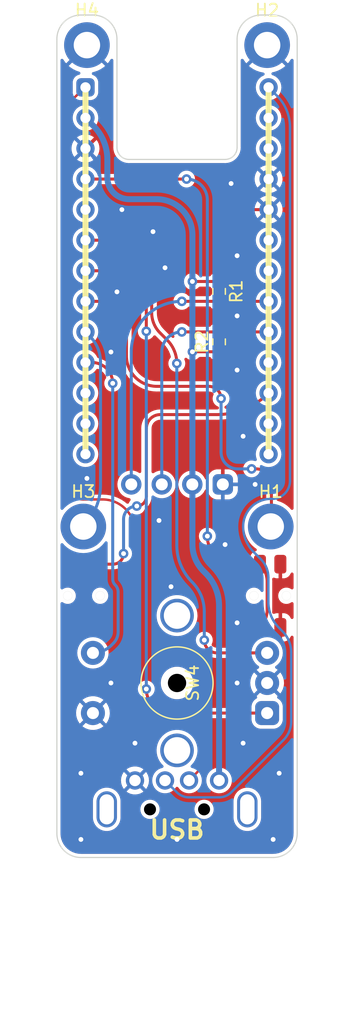
<source format=kicad_pcb>
(kicad_pcb (version 20211014) (generator pcbnew)
  (layers (0 "F.Cu" signal) (31 "B.Cu" signal) (34 "B.Paste" user) (35 "F.Paste" user) (36 "B.SilkS" user "B.Silkscreen") (37 "F.SilkS" user "F.Silkscreen") (38 "B.Mask" user) (39 "F.Mask" user) (44 "Edge.Cuts" user))
  (net 0 "")
  (net 2 "VBUS")
  (net 3 "GND")
  (net 4 "/SDA")
  (net 5 "/SCL")
  (net 6 "/S0")
  (net 7 "/RST")
  (net 8 "/P1")
  (net 9 "/P0")
  (net 10 "/LED")
  (net 11 "/EncPB")
  (net 12 "/EncB")
  (net 13 "/EncA")
  (net 14 "/D-")
  (net 15 "/D+")
  (footprint "Connector_PinSocket_2.54mm:PinSocket_1x04_P2.54mm_Vertical" (layer "F.Cu") (at 106.19 110 90)
    (fp_text reference "J2" hide)
    (fp_text value "Conn_01x04_Female")
    (pad "1" thru_hole circle (at 0 0 90) (size 1.7 1.7) (drill 1) (layers *.Cu *.Mask) (net 4 "/SDA"))
    (pad "2" thru_hole oval (at 0 2.54 90) (size 1.7 1.7) (drill 1) (layers *.Cu *.Mask) (net 5 "/SCL"))
    (pad "3" thru_hole oval (at 0 5.08 90) (size 1.7 1.7) (drill 1) (layers *.Cu *.Mask) (net 2 "VBUS"))
    (pad "4" thru_hole roundrect (at 0 7.62 90) (size 1.7 1.7) (drill 1) (layers *.Cu *.Mask) (net 3 "GND"))
  )
  (footprint "MountingHole:MountingHole_2.2mm_M2_DIN965_Pad" (layer "F.Cu") (at 117.8 113.5)
    (fp_text reference "H1" (at 0 -2.9) (layer "F.SilkS"))
    (fp_text value "MountingHole_Pad")
    (pad "1" thru_hole circle (at 0 0) (size 3.8 3.8) (drill 2.2) (layers *.Cu *.Mask) (net 9 "/P0"))
  )
  (footprint "MountingHole:MountingHole_2.2mm_M2_DIN965_Pad" (layer "F.Cu") (at 102.5 73.5)
    (fp_text reference "H4" (at 0 -2.9) (layer "F.SilkS"))
    (fp_text value "MountingHole_Pad")
    (pad "1" thru_hole circle (at 0 0) (size 3.8 3.8) (drill 2.2) (layers *.Cu *.Mask) (net 3 "GND"))
  )
  (footprint "Resistor_SMD:R_0603_1608Metric" (layer "F.Cu") (at 113.5 93.965 -90)
    (fp_text reference "R1" (at 0 -1.43 90) (layer "F.SilkS"))
    (fp_text value "10k")
    (fp_line (start -0.237258 -0.5225) (end 0.237258 -0.5225) (layer "F.SilkS") (width 0.12))
    (fp_line (start -0.237258 0.5225) (end 0.237258 0.5225) (layer "F.SilkS") (width 0.12))
    (pad "1" smd roundrect (at -0.825 0 270) (size 0.8 0.95) (layers "F.Cu" "F.Paste" "F.Mask") (net 2 "VBUS"))
    (pad "2" smd roundrect (at 0.825 0 270) (size 0.8 0.95) (layers "F.Cu" "F.Paste" "F.Mask") (net 4 "/SDA"))
  )
  (footprint "Akizuki:THAU13-AB-R" (layer "F.Cu") (at 117.75 119.253)
    (fp_text reference "SW1" hide)
    (fp_text value "SW_MEC_5E")
    (fp_circle (center -1.35 0) (end -0.975 0) (layer "Edge.Cuts") (width 0.01) (fill none))
    (fp_circle (center 1.35 0) (end 1.725 0) (layer "Edge.Cuts") (width 0.01) (fill none))
    (pad "1" smd roundrect (at 0.85 -2.625) (size 1 1.55) (layers "F.Cu" "F.Paste" "F.Mask") (net 3 "GND"))
    (pad "2" smd roundrect (at 0.85 2.625) (size 1 1.55) (layers "F.Cu" "F.Paste" "F.Mask") (net 3 "GND"))
    (pad "3" smd roundrect (at -0.85 -2.625) (size 1 1.55) (layers "F.Cu" "F.Paste" "F.Mask") (net 7 "/RST"))
    (pad "4" smd roundrect (at -0.85 2.625) (size 1 1.55) (layers "F.Cu" "F.Paste" "F.Mask") (net 7 "/RST"))
  )
  (footprint "Rotary_Encoder:RotaryEncoder_Alps_EC12E-Switch_Vertical_H20mm_CircularMountingHoles" (layer "F.Cu") (at 117.5 129 180)
    (fp_text reference "SW4" (at 6.2 2.5 90) (layer "F.SilkS"))
    (fp_text value "RotaryEncoder_Switch")
    (fp_line (start 7.5 2) (end 7.5 3) (layer "F.SilkS") (width 0.12))
    (fp_line (start 7 2.5) (end 8 2.5) (layer "F.SilkS") (width 0.12))
    (fp_circle (center 7.5 2.5) (end 10.5 2.5) (layer "F.SilkS") (width 0.12) (fill none))
    (pad "" np_thru_hole circle (at 7.5 2.5 180) (size 1.524 1.524) (drill 2.1) (layers *.Mask))
    (pad "A" thru_hole roundrect (at 0 0 180) (size 2 2) (drill 1) (layers *.Cu *.Mask) (net 12 "/EncB"))
    (pad "B" thru_hole circle (at 0 5 180) (size 2 2) (drill 1) (layers *.Cu *.Mask) (net 13 "/EncA"))
    (pad "C" thru_hole circle (at 0 2.5 180) (size 2 2) (drill 1) (layers *.Cu *.Mask) (net 3 "GND"))
    (pad "MP" thru_hole circle (at 7.5 -3.1 180) (size 2.8 2.8) (drill 2.2) (layers *.Cu *.Mask))
    (pad "MP" thru_hole circle (at 7.5 8.1 180) (size 2.8 2.8) (drill 2.2) (layers *.Cu *.Mask))
    (pad "S1" thru_hole circle (at 14.5 0 180) (size 2 2) (drill 1) (layers *.Cu *.Mask) (net 3 "GND"))
    (pad "S2" thru_hole circle (at 14.5 5 180) (size 2 2) (drill 1) (layers *.Cu *.Mask) (net 11 "/EncPB"))
  )
  (footprint "MountingHole:MountingHole_2.2mm_M2_DIN965_Pad" (layer "F.Cu") (at 117.5 73.5)
    (fp_text reference "H2" (at 0 -2.9) (layer "F.SilkS"))
    (fp_text value "MountingHole_Pad")
    (pad "1" thru_hole circle (at 0 0) (size 3.8 3.8) (drill 2.2) (layers *.Cu *.Mask) (net 3 "GND"))
  )
  (footprint "Akizuki:USB-4AM103" (layer "F.Cu") (at 110 136 180)
    (fp_text reference "J1" hide)
    (fp_text value "USB_A")
    (pad "" np_thru_hole circle (at 2.25 -1 180) (size 1 1) (drill 1) (layers *.Mask))
    (pad "" np_thru_hole circle (at -2.25 -1 180) (size 1 1) (drill 1) (layers *.Mask))
    (pad "1" thru_hole circle (at -3.5 1.4 180) (size 1.524 1.524) (drill 0.95) (layers *.Cu *.Mask) (net 2 "VBUS"))
    (pad "2" thru_hole circle (at -1 1.4 180) (size 1.524 1.524) (drill 0.95) (layers *.Cu *.Mask) (net 14 "/D-"))
    (pad "3" thru_hole circle (at 1 1.4 180) (size 1.524 1.524) (drill 0.95) (layers *.Cu *.Mask) (net 15 "/D+"))
    (pad "4" thru_hole circle (at 3.5 1.4 180) (size 1.524 1.524) (drill 0.95) (layers *.Cu *.Mask) (net 3 "GND"))
    (pad "5" thru_hole oval (at 5.85 -1 180) (size 1.7 3) (drill oval 1.2 2.5) (layers *.Cu *.Mask))
    (pad "5" thru_hole oval (at -5.85 -1 180) (size 1.7 3) (drill oval 1.2 2.5) (layers *.Cu *.Mask))
  )
  (footprint "Resistor_SMD:R_0603_1608Metric" (layer "F.Cu") (at 113.5 98.155 90)
    (fp_text reference "R2" (at 0 -1.43 90) (layer "F.SilkS"))
    (fp_text value "10k")
    (fp_line (start -0.237258 -0.5225) (end 0.237258 -0.5225) (layer "F.SilkS") (width 0.12))
    (fp_line (start -0.237258 0.5225) (end 0.237258 0.5225) (layer "F.SilkS") (width 0.12))
    (pad "1" smd roundrect (at -0.825 0 90) (size 0.8 0.95) (layers "F.Cu" "F.Paste" "F.Mask") (net 2 "VBUS"))
    (pad "2" smd roundrect (at 0.825 0 90) (size 0.8 0.95) (layers "F.Cu" "F.Paste" "F.Mask") (net 5 "/SCL"))
  )
  (footprint "MountingHole:MountingHole_2.2mm_M2_DIN965_Pad" (layer "F.Cu") (at 102.2 113.5)
    (fp_text reference "H3" (at 0 -2.9) (layer "F.SilkS"))
    (fp_text value "MountingHole_Pad")
    (pad "1" thru_hole circle (at 0 0) (size 3.8 3.8) (drill 2.2) (layers *.Cu *.Mask) (net 8 "/P1"))
  )
  (footprint "Akizuki:THAU13-AB-R" (layer "F.Cu") (at 102.25 119.253)
    (fp_text reference "SW2" hide)
    (fp_text value "SW_MEC_5E")
    (fp_circle (center -1.35 0) (end -0.975 0) (layer "Edge.Cuts") (width 0.01) (fill none))
    (fp_circle (center 1.35 0) (end 1.725 0) (layer "Edge.Cuts") (width 0.01) (fill none))
    (pad "1" smd roundrect (at 0.85 -2.625) (size 1 1.55) (layers "F.Cu" "F.Paste" "F.Mask") (net 6 "/S0"))
    (pad "2" smd roundrect (at 0.85 2.625) (size 1 1.55) (layers "F.Cu" "F.Paste" "F.Mask") (net 6 "/S0"))
    (pad "3" smd roundrect (at -0.85 -2.625) (size 1 1.55) (layers "F.Cu" "F.Paste" "F.Mask") (net 3 "GND"))
    (pad "4" smd roundrect (at -0.85 2.625) (size 1 1.55) (layers "F.Cu" "F.Paste" "F.Mask") (net 3 "GND"))
  )
  (footprint "QMK:KB2040" (layer "F.Cu") (at 110 92.25)
    (fp_text reference "U1" hide)
    (fp_text value "KB2040")
    (fp_line (start -7.62 -15.24) (end -7.62 15.24) (layer "F.SilkS") (width 0.5))
    (fp_line (start 7.62 15.24) (end 7.62 -15.24) (layer "F.SilkS") (width 0.5))
    (pad "0" thru_hole roundrect (at -7.62 -15.24) (size 1.524 1.524) (drill 0.85) (layers *.Cu *.Mask) (net 14 "/D-"))
    (pad "1" thru_hole circle (at -7.62 -12.7) (size 1.524 1.524) (drill 0.85) (layers *.Cu *.Mask) (net 2 "VBUS"))
    (pad "2" thru_hole circle (at -7.62 -10.16) (size 1.524 1.524) (drill 0.85) (layers *.Cu *.Mask) (net 3 "GND"))
    (pad "3" thru_hole circle (at -7.62 -7.62) (size 1.524 1.524) (drill 0.85) (layers *.Cu *.Mask) (net 7 "/RST"))
    (pad "4" thru_hole circle (at -7.62 -5.08) (size 1.524 1.524) (drill 0.85) (layers *.Cu *.Mask))
    (pad "5" thru_hole circle (at -7.62 -2.54) (size 1.524 1.524) (drill 0.85) (layers *.Cu *.Mask) (net 13 "/EncA"))
    (pad "6" thru_hole circle (at -7.62 0) (size 1.524 1.524) (drill 0.85) (layers *.Cu *.Mask) (net 12 "/EncB"))
    (pad "7" thru_hole circle (at -7.62 2.54) (size 1.524 1.524) (drill 0.85) (layers *.Cu *.Mask) (net 9 "/P0"))
    (pad "8" thru_hole circle (at -7.62 5.08) (size 1.524 1.524) (drill 0.85) (layers *.Cu *.Mask) (net 8 "/P1"))
    (pad "9" thru_hole circle (at -7.62 7.62) (size 1.524 1.524) (drill 0.85) (layers *.Cu *.Mask) (net 11 "/EncPB"))
    (pad "10" thru_hole circle (at -7.62 10.16) (size 1.524 1.524) (drill 0.85) (layers *.Cu *.Mask))
    (pad "11" thru_hole circle (at -7.62 12.7) (size 1.524 1.524) (drill 0.85) (layers *.Cu *.Mask))
    (pad "12" thru_hole circle (at -7.62 15.24) (size 1.524 1.524) (drill 0.85) (layers *.Cu *.Mask))
    (pad "13" thru_hole circle (at 7.62 15.24) (size 1.524 1.524) (drill 0.85) (layers *.Cu *.Mask))
    (pad "14" thru_hole circle (at 7.62 12.7) (size 1.524 1.524) (drill 0.85) (layers *.Cu *.Mask))
    (pad "15" thru_hole circle (at 7.62 10.16) (size 1.524 1.524) (drill 0.85) (layers *.Cu *.Mask) (net 6 "/S0"))
    (pad "16" thru_hole circle (at 7.62 7.62) (size 1.524 1.524) (drill 0.85) (layers *.Cu *.Mask))
    (pad "17" thru_hole circle (at 7.62 5.08) (size 1.524 1.524) (drill 0.85) (layers *.Cu *.Mask) (net 5 "/SCL"))
    (pad "18" thru_hole circle (at 7.62 2.54) (size 1.524 1.524) (drill 0.85) (layers *.Cu *.Mask) (net 4 "/SDA"))
    (pad "19" thru_hole circle (at 7.62 0) (size 1.524 1.524) (drill 0.85) (layers *.Cu *.Mask))
    (pad "20" thru_hole circle (at 7.62 -2.54) (size 1.524 1.524) (drill 0.85) (layers *.Cu *.Mask))
    (pad "21" thru_hole circle (at 7.62 -5.08) (size 1.524 1.524) (drill 0.85) (layers *.Cu *.Mask) (net 3 "GND"))
    (pad "22" thru_hole circle (at 7.62 -7.62) (size 1.524 1.524) (drill 0.85) (layers *.Cu *.Mask) (net 3 "GND"))
    (pad "23" thru_hole circle (at 7.62 -10.16) (size 1.524 1.524) (drill 0.85) (layers *.Cu *.Mask) (net 10 "/LED"))
    (pad "24" thru_hole circle (at 7.62 -12.7) (size 1.524 1.524) (drill 0.85) (layers *.Cu *.Mask))
    (pad "25" thru_hole circle (at 7.62 -15.24) (size 1.524 1.524) (drill 0.85) (layers *.Cu *.Mask) (net 15 "/D+"))
  )
  (gr_line (start 120 73) (end 120 139) (layer "Edge.Cuts") (width 0.1))
  (gr_line (start 117 71) (end 118 71) (layer "Edge.Cuts") (width 0.1))
  (gr_arc (start 100 73) (mid 100.585786 71.585786) (end 102 71) (layer "Edge.Cuts") (width 0.1))
  (gr_arc (start 102 141) (mid 100.585786 140.414214) (end 100 139) (layer "Edge.Cuts") (width 0.1))
  (gr_line (start 106 83) (end 114 83) (layer "Edge.Cuts") (width 0.1))
  (gr_line (start 102 71) (end 103 71) (layer "Edge.Cuts") (width 0.1))
  (gr_arc (start 115 73) (mid 115.585786 71.585786) (end 117 71) (layer "Edge.Cuts") (width 0.1))
  (gr_arc (start 115 82) (mid 114.707107 82.707107) (end 114 83) (layer "Edge.Cuts") (width 0.1))
  (gr_arc (start 103 71) (mid 104.414214 71.585786) (end 105 73) (layer "Edge.Cuts") (width 0.1))
  (gr_line (start 100 73) (end 100 139) (layer "Edge.Cuts") (width 0.1))
  (gr_arc (start 120 139) (mid 119.414214 140.414214) (end 118 141) (layer "Edge.Cuts") (width 0.1))
  (gr_line (start 102 141) (end 118 141) (layer "Edge.Cuts") (width 0.1))
  (gr_line (start 115 82) (end 115 73) (layer "Edge.Cuts") (width 0.1))
  (gr_arc (start 106 83) (mid 105.292893 82.707107) (end 105 82) (layer "Edge.Cuts") (width 0.1))
  (gr_line (start 105 82) (end 105 73) (layer "Edge.Cuts") (width 0.1))
  (gr_arc (start 118 71) (mid 119.414214 71.585786) (end 120 73) (layer "Edge.Cuts") (width 0.1))
  (gr_text "USB" (at 110 138.7) (layer "F.SilkS") (effects (font (size 1.5 1.5) (thickness 0.3))))
  (segment (start 113.5 93.14) (end 111.28 93.14) (width 0.25) (layer "F.Cu") (net 2))
  (segment (start 113.5 98.98) (end 111.28 98.98) (width 0.25) (layer "F.Cu") (net 2))
  (via (at 111.28 93.14) (size 0.8) (drill 0.4) (layers "F.Cu" "B.Cu") (net 2))
  (via (at 111.28 98.98) (size 0.8) (drill 0.4) (layers "F.Cu" "B.Cu") (net 2))
  (segment (start 111.28 111.475) (end 111.28 114.978924) (width 0.5) (layer "B.Cu") (net 2))
  (segment (start 106 86.3) (end 108.3 86.3) (width 0.5) (layer "B.Cu") (net 2))
  (segment (start 112.368629 117.368629) (end 112.2 117.2) (width 0.5) (layer "B.Cu") (net 2))
  (segment (start 111.28 111.475) (end 111.28 92.22) (width 0.5) (layer "B.Cu") (net 2))
  (segment (start 104.2 83) (end 104.2 84.5) (width 0.5) (layer "B.Cu") (net 2))
  (segment (start 111.28 92.22) (end 111.28 89.28) (width 0.5) (layer "B.Cu") (net 2))
  (segment (start 103.047416 80.217416) (end 102.38 79.55) (width 0.5) (layer "B.Cu") (net 2))
  (segment (start 113.5 134.6) (end 113.5 120.1) (width 0.5) (layer "B.Cu") (net 2))
  (arc (start 111.28 114.978924) (mid 111.5191 116.180961) (end 112.2 117.2) (width 0.5) (layer "B.Cu") (net 2))
  (arc (start 113.5 120.1) (mid 113.205966 118.621793) (end 112.368629 117.368629) (width 0.5) (layer "B.Cu") (net 2))
  (arc (start 104.2 84.5) (mid 104.727208 85.772792) (end 106 86.3) (width 0.5) (layer "B.Cu") (net 2))
  (arc (start 108.3 86.3) (mid 110.407178 87.172822) (end 111.28 89.28) (width 0.5) (layer "B.Cu") (net 2))
  (arc (start 104.2 83) (mid 103.900453 81.494076) (end 103.047416 80.217416) (width 0.5) (layer "B.Cu") (net 2))
  (segment (start 105.41 87.17) (end 117.62 87.17) (width 0.25) (layer "F.Cu") (net 3))
  (via (at 102.5 109.5) (size 0.8) (drill 0.4) (layers "F.Cu" "B.Cu") (net 3))
  (via (at 115.5 131.5) (size 0.8) (drill 0.4) (layers "F.Cu" "B.Cu") (net 3))
  (via (at 115 121.5) (size 0.8) (drill 0.4) (layers "F.Cu" "B.Cu") (net 3))
  (via (at 106.5 131.5) (size 0.8) (drill 0.4) (layers "F.Cu" "B.Cu") (net 3))
  (via (at 104.5 99) (size 0.8) (drill 0.4) (layers "F.Cu" "B.Cu") (net 3))
  (via (at 115.5 106) (size 0.8) (drill 0.4) (layers "F.Cu" "B.Cu") (net 3))
  (via (at 114 115) (size 0.8) (drill 0.4) (layers "F.Cu" "B.Cu") (net 3))
  (via (at 110 139.5) (size 0.8) (drill 0.4) (layers "F.Cu" "B.Cu") (net 3))
  (via (at 102 139.5) (size 0.8) (drill 0.4) (layers "F.Cu" "B.Cu") (net 3))
  (via (at 118 139.5) (size 0.8) (drill 0.4) (layers "F.Cu" "B.Cu") (net 3))
  (via (at 105.41 87.17) (size 0.8) (drill 0.4) (layers "F.Cu" "B.Cu") (net 3))
  (via (at 105 94) (size 0.8) (drill 0.4) (layers "F.Cu" "B.Cu") (net 3))
  (via (at 108.5 113) (size 0.8) (drill 0.4) (layers "F.Cu" "B.Cu") (net 3))
  (via (at 109 92) (size 0.8) (drill 0.4) (layers "F.Cu" "B.Cu") (net 3))
  (via (at 116.5 110) (size 0.8) (drill 0.4) (layers "F.Cu" "B.Cu") (net 3))
  (via (at 115 100.5) (size 0.8) (drill 0.4) (layers "F.Cu" "B.Cu") (net 3))
  (via (at 109.5 118.5) (size 0.8) (drill 0.4) (layers "F.Cu" "B.Cu") (net 3))
  (via (at 115 96) (size 0.8) (drill 0.4) (layers "F.Cu" "B.Cu") (net 3))
  (via (at 114.5 85) (size 0.8) (drill 0.4) (layers "F.Cu" "B.Cu") (net 3))
  (via (at 108 89) (size 0.8) (drill 0.4) (layers "F.Cu" "B.Cu") (net 3))
  (via (at 115 91) (size 0.8) (drill 0.4) (layers "F.Cu" "B.Cu") (net 3))
  (via (at 102 134) (size 0.8) (drill 0.4) (layers "F.Cu" "B.Cu") (net 3))
  (via (at 115 126.5) (size 0.8) (drill 0.4) (layers "F.Cu" "B.Cu") (net 3))
  (via (at 118.5 134) (size 0.8) (drill 0.4) (layers "F.Cu" "B.Cu") (net 3))
  (via (at 104.5 126.5) (size 0.8) (drill 0.4) (layers "F.Cu" "B.Cu") (net 3))
  (segment (start 102.38 82.09) (end 102.617121 82.327121) (width 0.25) (layer "B.Cu") (net 3))
  (segment (start 103.6 85.36) (end 103.6 84.7) (width 0.25) (layer "B.Cu") (net 3))
  (arc (start 102.617121 82.327121) (mid 103.344558 83.415807) (end 103.6 84.7) (width 0.25) (layer "B.Cu") (net 3))
  (arc (start 105.41 87.17) (mid 104.130137 86.639863) (end 103.6 85.36) (width 0.25) (layer "B.Cu") (net 3))
  (segment (start 117.62 94.79) (end 110.4 94.79) (width 0.25) (layer "F.Cu") (net 4))
  (via (at 110.4 94.79) (size 0.8) (drill 0.4) (layers "F.Cu" "B.Cu") (net 4))
  (segment (start 106.19 110) (end 106.19 99) (width 0.25) (layer "B.Cu") (net 4))
  (arc (start 106.19 99) (mid 107.42308 96.02308) (end 110.4 94.79) (width 0.25) (layer "B.Cu") (net 4))
  (segment (start 117.62 97.33) (end 110.4 97.33) (width 0.25) (layer "F.Cu") (net 5))
  (via (at 110.4 97.33) (size 0.8) (drill 0.4) (layers "F.Cu" "B.Cu") (net 5))
  (segment (start 108.73 110) (end 108.73 99) (width 0.25) (layer "B.Cu") (net 5))
  (arc (start 108.73 99) (mid 109.219132 97.819132) (end 110.4 97.33) (width 0.25) (layer "B.Cu") (net 5))
  (segment (start 108.6 104.2) (end 113.298558 104.2) (width 0.25) (layer "F.Cu") (net 6))
  (segment (start 102.5 120.429472) (end 102.5 118.076528) (width 0.25) (layer "F.Cu") (net 6))
  (segment (start 104.672 116.628) (end 103.1 116.628) (width 0.25) (layer "F.Cu") (net 6))
  (segment (start 107.45 111) (end 107.45 105.35) (width 0.25) (layer "F.Cu") (net 6))
  (via (at 106.65 111.8) (size 0.8) (drill 0.4) (layers "F.Cu" "B.Cu") (net 6))
  (via (at 105.55 115.75) (size 0.8) (drill 0.4) (layers "F.Cu" "B.Cu") (net 6))
  (arc (start 106.65 111.8) (mid 107.215685 111.565685) (end 107.45 111) (width 0.25) (layer "F.Cu") (net 6))
  (arc (start 103.375 121.878) (mid 103.245481 121.684162) (end 103.2 121.455513) (width 0.25) (layer "F.Cu") (net 6))
  (arc (start 113.298558 104.2) (mid 115.637306 103.734794) (end 117.62 102.41) (width 0.25) (layer "F.Cu") (net 6))
  (arc (start 102.5 118.076528) (mid 102.655935 117.292591) (end 103.1 116.628) (width 0.25) (layer "F.Cu") (net 6))
  (arc (start 103.1 121.878) (mid 102.655935 121.21341) (end 102.5 120.429472) (width 0.25) (layer "F.Cu") (net 6))
  (arc (start 104.672 116.628) (mid 105.29284 116.37084) (end 105.55 115.75) (width 0.25) (layer "F.Cu") (net 6))
  (arc (start 107.45 105.35) (mid 107.786827 104.536827) (end 108.6 104.2) (width 0.25) (layer "F.Cu") (net 6))
  (segment (start 105.55 115.75) (end 105.55 112.9) (width 0.25) (layer "B.Cu") (net 6))
  (arc (start 105.55 112.9) (mid 105.872183 112.122183) (end 106.65 111.8) (width 0.25) (layer "B.Cu") (net 6))
  (segment (start 116.625 116.628) (end 114.85 116.628) (width 0.25) (layer "F.Cu") (net 7))
  (segment (start 117.5 118.076528) (end 117.5 120.429472) (width 0.25) (layer "F.Cu") (net 7))
  (segment (start 110.792 84.63) (end 102.38 84.63) (width 0.25) (layer "F.Cu") (net 7))
  (via (at 112.522 114.3) (size 0.8) (drill 0.4) (layers "F.Cu" "B.Cu") (net 7))
  (via (at 110.792 84.63) (size 0.8) (drill 0.4) (layers "F.Cu" "B.Cu") (net 7))
  (arc (start 116.9 116.628) (mid 117.344065 117.29259) (end 117.5 118.076528) (width 0.25) (layer "F.Cu") (net 7))
  (arc (start 116.625 121.878) (mid 116.784123 121.639855) (end 116.84 121.358945) (width 0.25) (layer "F.Cu") (net 7))
  (arc (start 117.5 120.429472) (mid 117.344065 121.21341) (end 116.9 121.878) (width 0.25) (layer "F.Cu") (net 7))
  (arc (start 114.85 116.628) (mid 113.203855 115.946145) (end 112.522 114.3) (width 0.25) (layer "F.Cu") (net 7))
  (arc (start 116.84 117.147055) (mid 116.784123 116.866144) (end 116.625 116.628) (width 0.25) (layer "F.Cu") (net 7))
  (segment (start 112.522 114.3) (end 112.522 86.36) (width 0.25) (layer "B.Cu") (net 7))
  (arc (start 110.792 84.63) (mid 112.015295 85.136705) (end 112.522 86.36) (width 0.25) (layer "B.Cu") (net 7))
  (segment (start 102.748117 97.698116) (end 102.38 97.33) (width 0.25) (layer "B.Cu") (net 8))
  (segment (start 103.632 110.042847) (end 103.632 99.832) (width 0.25) (layer "B.Cu") (net 8))
  (arc (start 102.2 113.5) (mid 103.259835 111.913845) (end 103.632 110.042847) (width 0.25) (layer "B.Cu") (net 8))
  (arc (start 103.632 99.832) (mid 103.402286 98.677151) (end 102.748117 97.698116) (width 0.25) (layer "B.Cu") (net 8))
  (segment (start 117.856 109.982) (end 117.856 113.444) (width 0.25) (layer "F.Cu") (net 9))
  (segment (start 102.38 94.79) (end 103.553 94.79) (width 0.25) (layer "F.Cu") (net 9))
  (segment (start 105.791 97.028) (end 105.791 99.314) (width 0.25) (layer "F.Cu") (net 9))
  (segment (start 116.586 108.712) (end 116.205 108.712) (width 0.25) (layer "F.Cu") (net 9))
  (segment (start 108.331 101.854) (end 112.649 101.854) (width 0.25) (layer "F.Cu") (net 9))
  (via (at 116.205 108.712) (size 0.8) (drill 0.4) (layers "F.Cu" "B.Cu") (net 9))
  (via (at 113.665 102.87) (size 0.8) (drill 0.4) (layers "F.Cu" "B.Cu") (net 9))
  (arc (start 112.649 101.854) (mid 113.36742 102.15158) (end 113.665 102.87) (width 0.25) (layer "F.Cu") (net 9))
  (arc (start 103.553 94.79) (mid 105.135505 95.445495) (end 105.791 97.028) (width 0.25) (layer "F.Cu") (net 9))
  (arc (start 117.856 113.444) (mid 117.839598 113.483598) (end 117.8 113.5) (width 0.25) (layer "F.Cu") (net 9))
  (arc (start 105.791 99.314) (mid 106.534949 101.110051) (end 108.331 101.854) (width 0.25) (layer "F.Cu") (net 9))
  (arc (start 117.856 109.982) (mid 117.484026 109.083974) (end 116.586 108.712) (width 0.25) (layer "F.Cu") (net 9))
  (segment (start 115.062 108.712) (end 116.205 108.712) (width 0.25) (layer "B.Cu") (net 9))
  (segment (start 113.665 102.87) (end 113.665 107.315) (width 0.25) (layer "B.Cu") (net 9))
  (arc (start 113.665 107.315) (mid 114.074172 108.302828) (end 115.062 108.712) (width 0.25) (layer "B.Cu") (net 9))
  (segment (start 102.38 99.87) (end 102.918 99.87) (width 0.25) (layer "F.Cu") (net 11))
  (via (at 104.648 101.6) (size 0.8) (drill 0.4) (layers "F.Cu" "B.Cu") (net 11))
  (arc (start 102.918 99.87) (mid 104.141295 100.376705) (end 104.648 101.6) (width 0.25) (layer "F.Cu") (net 11))
  (segment (start 104.648 101.6) (end 104.648 117.862329) (width 0.25) (layer "B.Cu") (net 11))
  (segment (start 104.7 123.2) (end 104.536397 123.363603) (width 0.25) (layer "B.Cu") (net 11))
  (segment (start 105.1 118.953553) (end 105.1 122.234315) (width 0.25) (layer "B.Cu") (net 11))
  (arc (start 104.85 118.35) (mid 105.035027 118.626912) (end 105.1 118.953553) (width 0.25) (layer "B.Cu") (net 11))
  (arc (start 104.648 117.862329) (mid 104.700498 118.126255) (end 104.85 118.35) (width 0.25) (layer "B.Cu") (net 11))
  (arc (start 105.1 122.234315) (mid 104.996043 122.75694) (end 104.7 123.2) (width 0.25) (layer "B.Cu") (net 11))
  (arc (start 104.536397 123.363603) (mid 103.831492 123.834606) (end 103 124) (width 0.25) (layer "B.Cu") (net 11))
  (segment (start 117.5 129) (end 109.442 129) (width 0.25) (layer "F.Cu") (net 12))
  (segment (start 107.442 97.282) (end 107.442 95.25) (width 0.25) (layer "F.Cu") (net 12))
  (segment (start 104.442 92.25) (end 102.38 92.25) (width 0.25) (layer "F.Cu") (net 12))
  (via (at 107.442 127) (size 0.8) (drill 0.4) (layers "F.Cu" "B.Cu") (net 12))
  (via (at 107.442 97.282) (size 0.8) (drill 0.4) (layers "F.Cu" "B.Cu") (net 12))
  (arc (start 107.442 95.25) (mid 106.56332 93.12868) (end 104.442 92.25) (width 0.25) (layer "F.Cu") (net 12))
  (arc (start 109.442 129) (mid 108.027786 128.414214) (end 107.442 127) (width 0.25) (layer "F.Cu") (net 12))
  (segment (start 107.442 127) (end 107.442 97.282) (width 0.25) (layer "B.Cu") (net 12))
  (segment (start 108.585 97.409) (end 109.173777 97.997777) (width 0.25) (layer "F.Cu") (net 13))
  (segment (start 107.892 94.038) (end 107.892 95.735951) (width 0.25) (layer "F.Cu") (net 13))
  (segment (start 117.5 124) (end 116.38 124) (width 0.25) (layer "F.Cu") (net 13))
  (segment (start 102.38 89.71) (end 103.807 89.71) (width 0.25) (layer "F.Cu") (net 13))
  (segment (start 116.38 124) (end 115.5 124) (width 0.25) (layer "F.Cu") (net 13))
  (segment (start 102.38 89.71) (end 103.564 89.71) (width 0.25) (layer "F.Cu") (net 13))
  (segment (start 113.332 124) (end 116.38 124) (width 0.25) (layer "F.Cu") (net 13))
  (via (at 112.268 122.936) (size 0.8) (drill 0.4) (layers "F.Cu" "B.Cu") (net 13))
  (via (at 109.982 99.949) (size 0.8) (drill 0.4) (layers "F.Cu" "B.Cu") (net 13))
  (arc (start 109.173777 97.997777) (mid 109.771949 98.893006) (end 109.982 99.949) (width 0.25) (layer "F.Cu") (net 13))
  (arc (start 107.892 95.735951) (mid 108.072105 96.641398) (end 108.585 97.409) (width 0.25) (layer "F.Cu") (net 13))
  (arc (start 112.268 122.936) (mid 112.579638 123.688362) (end 113.332 124) (width 0.25) (layer "F.Cu") (net 13))
  (arc (start 103.564 89.71) (mid 106.624358 90.977642) (end 107.892 94.038) (width 0.25) (layer "F.Cu") (net 13))
  (segment (start 109.982 99.949) (end 109.982 115.043949) (width 0.25) (layer "B.Cu") (net 13))
  (segment (start 112.268 120.56284) (end 112.268 122.936) (width 0.25) (layer "B.Cu") (net 13))
  (arc (start 111.252 118.11) (mid 112.00395 119.235373) (end 112.268 120.56284) (width 0.25) (layer "B.Cu") (net 13))
  (arc (start 109.982 115.043949) (mid 110.312057 116.703284) (end 111.252 118.11) (width 0.25) (layer "B.Cu") (net 13))
  (segment (start 111.557538 134.042462) (end 111 134.6) (width 0.2) (layer "F.Cu") (net 14))
  (segment (start 102.2 111.25) (end 103.8 111.25) (width 0.2) (layer "F.Cu") (net 14))
  (segment (start 100.5 109.55) (end 100.5 79.840819) (width 0.2) (layer "F.Cu") (net 14))
  (segment (start 109 130) (end 110.05 130) (width 0.2) (layer "F.Cu") (net 14))
  (segment (start 106.5 113.95) (end 106.5 127.5) (width 0.2) (layer "F.Cu") (net 14))
  (segment (start 101.219 78.105) (end 102.26733 77.05667) (width 0.2) (layer "F.Cu") (net 14))
  (arc (start 103.8 111.25) (mid 105.709188 112.040812) (end 106.5 113.95) (width 0.2) (layer "F.Cu") (net 14))
  (arc (start 100.5 79.840819) (mid 100.686862 78.901401) (end 101.219 78.105) (width 0.2) (layer "F.Cu") (net 14))
  (arc (start 106.5 127.5) (mid 107.232233 129.267767) (end 109 130) (width 0.2) (layer "F.Cu") (net 14))
  (arc (start 102.2 111.25) (mid 100.997918 110.752082) (end 100.5 109.55) (width 0.2) (layer "F.Cu") (net 14))
  (arc (start 110.05 130) (mid 111.64099 130.65901) (end 112.3 132.25) (width 0.2) (layer "F.Cu") (net 14))
  (arc (start 112.3 132.25) (mid 112.10704 133.220073) (end 111.557538 134.042462) (width 0.2) (layer "F.Cu") (net 14))
  (arc (start 102.26733 77.05667) (mid 102.319023 77.022129) (end 102.38 77.01) (width 0.2) (layer "F.Cu") (net 14))
  (segment (start 117.602 119.773765) (end 117.602 117.738025) (width 0.2) (layer "B.Cu") (net 15))
  (segment (start 116.967 116.205) (end 116.375398 115.613398) (width 0.2) (layer "B.Cu") (net 15))
  (segment (start 119.4 82) (end 119.4 82.276) (width 0.2) (layer "B.Cu") (net 15))
  (segment (start 119.5 129.7) (end 119.5 123.959) (width 0.2) (layer "B.Cu") (net 15))
  (segment (start 117.8 111.2) (end 117.911895 111.2) (width 0.2) (layer "B.Cu") (net 15))
  (segment (start 118.77168 122.20068) (end 118.491 121.92) (width 0.2) (layer "B.Cu") (net 15))
  (segment (start 119.4 82.276) (end 119.4 80.312284) (width 0.2) (layer "B.Cu") (net 15))
  (segment (start 114.524264 135.575736) (end 118.863604 131.236396) (width 0.2) (layer "B.Cu") (net 15))
  (segment (start 109 134.6) (end 109.975735 135.575735) (width 0.2) (layer "B.Cu") (net 15))
  (segment (start 119.4 109.711895) (end 119.4 82.276) (width 0.2) (layer "B.Cu") (net 15))
  (segment (start 117.62 77.01) (end 118.323582 77.713582) (width 0.2) (layer "B.Cu") (net 15))
  (segment (start 111 136) (end 113.5 136) (width 0.2) (layer "B.Cu") (net 15))
  (arc (start 109.975735 135.575735) (mid 110.445672 135.889737) (end 111 136) (width 0.2) (layer "B.Cu") (net 15))
  (arc (start 115.5 113.5) (mid 116.173654 111.873654) (end 117.8 111.2) (width 0.2) (layer "B.Cu") (net 15))
  (arc (start 118.863604 131.236396) (mid 119.334606 130.531491) (end 119.5 129.7) (width 0.2) (layer "B.Cu") (net 15))
  (arc (start 116.375398 115.613398) (mid 115.727508 114.643763) (end 115.5 113.5) (width 0.2) (layer "B.Cu") (net 15))
  (arc (start 119.4 80.312284) (mid 119.120248 78.905876) (end 118.323582 77.713582) (width 0.2) (layer "B.Cu") (net 15))
  (arc (start 118.491 121.92) (mid 117.833043 120.935299) (end 117.602 119.773765) (width 0.2) (layer "B.Cu") (net 15))
  (arc (start 117.602 117.738025) (mid 117.436969 116.908358) (end 116.967 116.205) (width 0.2) (layer "B.Cu") (net 15))
  (arc (start 117.911895 111.2) (mid 118.964144 110.764144) (end 119.4 109.711895) (width 0.2) (layer "B.Cu") (net 15))
  (arc (start 113.5 136) (mid 114.054328 135.889737) (end 114.524264 135.575736) (width 0.2) (layer "B.Cu") (net 15))
  (arc (start 119.5 123.959) (mid 119.310716 123.007404) (end 118.77168 122.20068) (width 0.2) (layer "B.Cu") (net 15))
  (zone (net 3) (net_name "GND") (layers F&B.Cu) (connect_pads (clearance 0.3)) (min_thickness 0.254) (fill yes (thermal_gap 0.4) (thermal_bridge_width 0.3) (smoothing fillet))
    (polygon (pts (xy 120 141) (xy 100 141) (xy 100 70) (xy 120 70)))
  )
)
</source>
